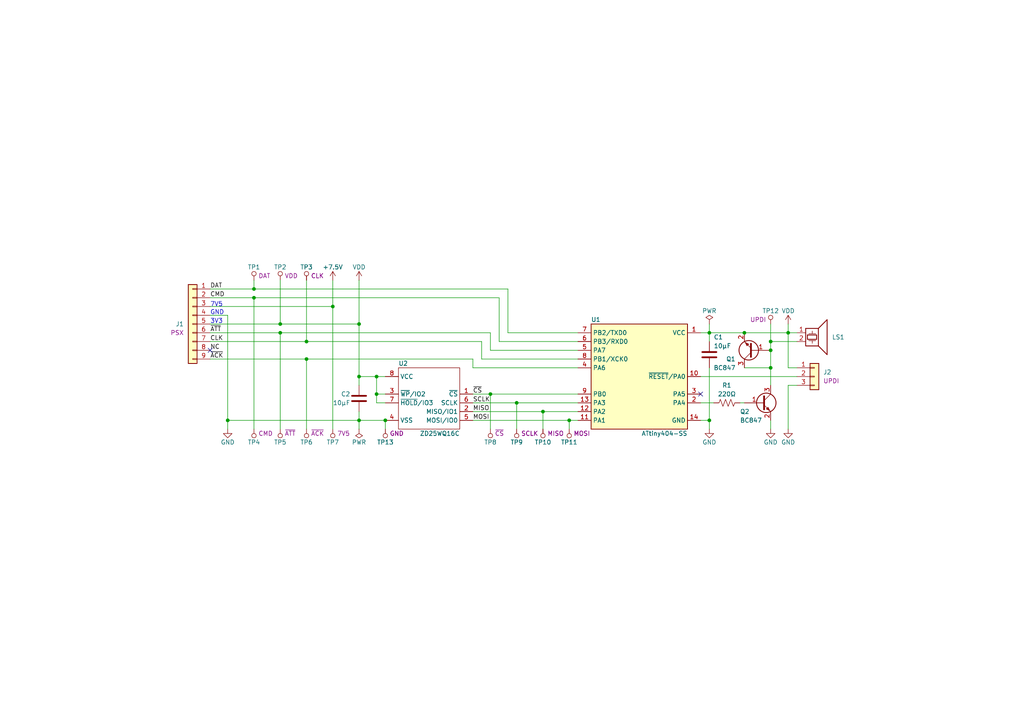
<source format=kicad_sch>
(kicad_sch (version 20231120) (generator "eeschema") (generator_version "8.0")
  (paper "A4")
  (title_block (title "PSX Memory Card") (date "2024-07-09") (rev "0") (company "Ashlyn Black"))
  (lib_symbols
    (symbol "Connector_Generic:Conn_01x03" (pin_names (offset 1.016) hide)
      (property "Reference" "J" (at 0 5.08 0))
      (property "Value" "Conn_01x03" (at 0 -5.08 0))
      (symbol "Conn_01x03_1_1"
        (rectangle (start -1.27 -2.413) (end 0 -2.667) (stroke (width 0.1524)))
        (rectangle (start -1.27 0.127) (end 0 -0.127) (stroke (width 0.1524)))
        (rectangle (start -1.27 2.667) (end 0 2.413) (stroke (width 0.1524)))
        (rectangle (start -1.27 3.81) (end 1.27 -3.81) (stroke (width 0.254)) (fill (type background)))
        (pin passive line (at -5.08 2.54 0) (length 3.81) (name "Pin_1") (number "1"))
        (pin passive line (at -5.08 0 0) (length 3.81) (name "Pin_2") (number "2"))
        (pin passive line (at -5.08 -2.54 0) (length 3.81) (name "Pin_3") (number "3"))
      )
    )
    (symbol "Connector_Generic:Conn_01x09" (pin_names (offset 1.016) hide)
      (property "Reference" "J" (at 0 12.7 0))
      (property "Value" "Conn_01x09" (at 0 -12.7 0))
      (symbol "Conn_01x09_1_1"
        (rectangle (start -1.27 -10.033) (end 0 -10.287) (stroke (width 0.1524)))
        (rectangle (start -1.27 -7.493) (end 0 -7.747) (stroke (width 0.1524)))
        (rectangle (start -1.27 -4.953) (end 0 -5.207) (stroke (width 0.1524)))
        (rectangle (start -1.27 -2.413) (end 0 -2.667) (stroke (width 0.1524)))
        (rectangle (start -1.27 0.127) (end 0 -0.127) (stroke (width 0.1524)))
        (rectangle (start -1.27 2.667) (end 0 2.413) (stroke (width 0.1524)))
        (rectangle (start -1.27 5.207) (end 0 4.953) (stroke (width 0.1524)))
        (rectangle (start -1.27 7.747) (end 0 7.493) (stroke (width 0.1524)))
        (rectangle (start -1.27 10.287) (end 0 10.033) (stroke (width 0.1524)))
        (rectangle (start -1.27 11.43) (end 1.27 -11.43) (stroke (width 0.254)) (fill (type background)))
        (pin passive line (at -5.08 10.16 0) (length 3.81) (name "Pin_1") (number "1"))
        (pin passive line (at -5.08 7.62 0) (length 3.81) (name "Pin_2") (number "2"))
        (pin passive line (at -5.08 5.08 0) (length 3.81) (name "Pin_3") (number "3"))
        (pin passive line (at -5.08 2.54 0) (length 3.81) (name "Pin_4") (number "4"))
        (pin passive line (at -5.08 0 0) (length 3.81) (name "Pin_5") (number "5"))
        (pin passive line (at -5.08 -2.54 0) (length 3.81) (name "Pin_6") (number "6"))
        (pin passive line (at -5.08 -5.08 0) (length 3.81) (name "Pin_7") (number "7"))
        (pin passive line (at -5.08 -7.62 0) (length 3.81) (name "Pin_8") (number "8"))
        (pin passive line (at -5.08 -10.16 0) (length 3.81) (name "Pin_9") (number "9"))
      )
    )
    (symbol "Device:C" (pin_numbers hide) (pin_names (offset 0.254))
      (property "Reference" "C" (at 0.635 2.54 0))
      (property "Value" "C" (at 0.635 -2.54 0))
      (symbol "C_0_1"
        (polyline (pts (xy -2.032 -0.762) (xy 2.032 -0.762)) (stroke (width 0.508)))
        (polyline (pts (xy -2.032 0.762) (xy 2.032 0.762)) (stroke (width 0.508)))
      )
      (symbol "C_1_1"
        (pin passive line (at 0 3.81 270) (length 2.794) (name "~") (number "1"))
        (pin passive line (at 0 -3.81 90) (length 2.794) (name "~") (number "2"))
      )
    )
    (symbol "Device:R_US" (pin_numbers hide) (pin_names (offset 0))
      (property "Reference" "R" (at 2.54 0 90))
      (property "Value" "R_US" (at -2.54 0 90))
      (symbol "R_US_0_1"
        (polyline (pts (xy 0 -2.286) (xy 0 -2.54)))
        (polyline (pts (xy 0 2.286) (xy 0 2.54)))
        (polyline (pts (xy 0 -0.762) (xy 1.016 -1.143) (xy 0 -1.524) (xy -1.016 -1.905) (xy 0 -2.286)))
        (polyline (pts (xy 0 0.762) (xy 1.016 0.381) (xy 0 0) (xy -1.016 -0.381) (xy 0 -0.762)))
        (polyline (pts (xy 0 2.286) (xy 1.016 1.905) (xy 0 1.524) (xy -1.016 1.143) (xy 0 0.762)))
      )
      (symbol "R_US_1_1"
        (pin passive line (at 0 3.81 270) (length 1.27) (name "~") (number "1"))
        (pin passive line (at 0 -3.81 90) (length 1.27) (name "~") (number "2"))
      )
    )
    (symbol "Device:Speaker_Crystal" (pin_names (offset 0) hide)
      (property "Reference" "LS" (at 0.635 5.715 0))
      (property "Value" "Speaker_Crystal" (at 0.635 3.81 0))
      (symbol "Speaker_Crystal_0_0"
        (rectangle (start -2.54 1.27) (end 1.143 -3.81) (stroke (width 0.254)))
        (rectangle (start -2.032 -0.635) (end 0.635 -1.905) (stroke (width 0.254)))
        (polyline (pts (xy -1.651 -2.286) (xy 0.381 -2.286)))
        (polyline (pts (xy -1.651 -0.254) (xy 0.381 -0.254)))
        (polyline (pts (xy -0.635 -2.286) (xy -0.635 -3.048)))
        (polyline (pts (xy -0.635 -0.254) (xy -0.635 0.508)))
        (polyline (pts (xy 1.143 1.27) (xy 3.683 3.81) (xy 3.683 -6.35) (xy 1.143 -3.81)) (stroke (width 0.254)))
      )
      (symbol "Speaker_Crystal_1_1"
        (pin input line (at -5.08 0 0) (length 2.54) (name "1") (number "1"))
        (pin input line (at -5.08 -2.54 0) (length 2.54) (name "2") (number "2"))
      )
    )
    (symbol "PSX_Memory:ATtiny404-SS"
      (property "Reference" "U" (at -13.97 16.51 0))
      (property "Value" "ATtiny404-SS" (at 13.97 -16.51 0))
      (symbol "ATtiny404-SS_0_1"
        (rectangle (start -13.97 15.24) (end 13.97 -15.24) (stroke (width 0.254)) (fill (type background)))
      )
      (symbol "ATtiny404-SS_1_1"
        (pin power_in line (at 17.78 12.7 180) (length 3.81) (name "VCC") (number "1"))
        (pin bidirectional line (at 17.78 0 180) (length 3.81) (name "~{RESET}/PA0") (number "10"))
        (pin bidirectional line (at -17.78 -12.7 0) (length 3.81) (name "PA1") (number "11"))
        (pin bidirectional line (at -17.78 -10.16 0) (length 3.81) (name "PA2") (number "12"))
        (pin bidirectional line (at -17.78 -7.62 0) (length 3.81) (name "PA3") (number "13"))
        (pin power_in line (at 17.78 -12.7 180) (length 3.81) (name "GND") (number "14"))
        (pin bidirectional line (at 17.78 -7.62 180) (length 3.81) (name "PA4") (number "2"))
        (pin bidirectional line (at 17.78 -5.08 180) (length 3.81) (name "PA5") (number "3"))
        (pin bidirectional line (at -17.78 2.54 0) (length 3.81) (name "PA6") (number "4"))
        (pin bidirectional line (at -17.78 7.62 0) (length 3.81) (name "PA7") (number "5"))
        (pin bidirectional line (at -17.78 10.16 0) (length 3.81) (name "PB3/RXD0") (number "6"))
        (pin bidirectional line (at -17.78 12.7 0) (length 3.81) (name "PB2/TXD0") (number "7"))
        (pin bidirectional line (at -17.78 5.08 0) (length 3.81) (name "PB1/XCK0") (number "8"))
        (pin bidirectional line (at -17.78 -5.08 0) (length 3.81) (name "PB0") (number "9"))
      )
    )
    (symbol "PSX_Memory:TestPoint" (pin_numbers hide) (pin_names (offset 0.762) hide)
      (property "Reference" "TP" (at 0 5.715 0))
      (property "Value" "TestPoint" (at 0 3.81 0))
      (symbol "TestPoint_1_1"
        (circle (center 0 1.905) (radius 0.635))
        (pin passive line (at 0 0 90) (length 1.27) (name "1") (number "1"))
      )
    )
    (symbol "PSX_Memory:ZD25WQ16V"
      (property "Reference" "U" (at -8.89 8.89 0))
      (property "Value" "ZD25WQ16C" (at 8.89 -11.43 0))
      (symbol "ZD25WQ16V_0_1"
        (rectangle (start -8.89 7.62) (end 8.89 -10.16))
      )
      (symbol "ZD25WQ16V_1_1"
        (pin input line (at 12.7 0 180) (length 3.81) (name "~{CS}") (number "1"))
        (pin output line (at 12.7 -5.08 180) (length 3.81) (name "MISO/IO1") (number "2"))
        (pin input line (at -12.7 0 0) (length 3.81) (name "~{WP}/IO2") (number "3"))
        (pin power_in line (at -12.7 -7.62 0) (length 3.81) (name "VSS") (number "4"))
        (pin input line (at 12.7 -7.62 180) (length 3.81) (name "MOSI/IO0") (number "5"))
        (pin input line (at 12.7 -2.54 180) (length 3.81) (name "SCLK") (number "6"))
        (pin input line (at -12.7 -2.54 0) (length 3.81) (name "~{HOLD}/IO3") (number "7"))
        (pin power_in line (at -12.7 5.08 0) (length 3.81) (name "VCC") (number "8"))
      )
    )
    (symbol "Transistor_BJT:BC847" (pin_names (offset 0) hide)
      (property "Reference" "Q" (at 5.08 1.905 0))
      (property "Value" "BC847" (at 5.08 0 0))
      (symbol "BC847_0_1"
        (polyline (pts (xy 0.635 0.635) (xy 2.54 2.54)))
        (polyline (pts (xy 0.635 -0.635) (xy 2.54 -2.54) (xy 2.54 -2.54)))
        (polyline (pts (xy 0.635 1.905) (xy 0.635 -1.905) (xy 0.635 -1.905)) (stroke (width 0.508)))
        (polyline (pts (xy 1.27 -1.778) (xy 1.778 -1.27) (xy 2.286 -2.286) (xy 1.27 -1.778) (xy 1.27 -1.778)) (fill (type outline)))
        (circle (center 1.27 0) (radius 2.8194) (stroke (width 0.254)))
      )
      (symbol "BC847_1_1"
        (pin input line (at -5.08 0 0) (length 5.715) (name "B") (number "1"))
        (pin passive line (at 2.54 -5.08 90) (length 2.54) (name "E") (number "2"))
        (pin passive line (at 2.54 5.08 270) (length 2.54) (name "C") (number "3"))
      )
    )
    (symbol "power:+7.5V" (power) (pin_numbers hide) (pin_names (offset 0) hide)
      (property "Value" "+7.5V" (at 0 3.556 0))
      (symbol "+7.5V_0_1"
        (polyline (pts (xy -0.762 1.27) (xy 0 2.54)))
        (polyline (pts (xy 0 0) (xy 0 2.54)))
        (polyline (pts (xy 0 2.54) (xy 0.762 1.27)))
      )
      (symbol "+7.5V_1_1"
        (pin power_in line (at 0 0 90) (length 0) (name "~") (number "1"))
      )
    )
    (symbol "power:GND" (power) (pin_numbers hide) (pin_names (offset 0) hide)
      (property "Value" "GND" (at 0 -3.81 0))
      (symbol "GND_0_1"
        (polyline (pts (xy 0 0) (xy 0 -1.27) (xy 1.27 -1.27) (xy 0 -2.54) (xy -1.27 -1.27) (xy 0 -1.27)))
      )
      (symbol "GND_1_1"
        (pin power_in line (at 0 0 270) (length 0) (name "~") (number "1"))
      )
    )
    (symbol "power:PWR_FLAG" (power) (pin_numbers hide) (pin_names (offset 0) hide)
      (property "Value" "PWR_FLAG" (at 0 3.81 0))
      (symbol "PWR_FLAG_0_0"
        (pin power_out line (at 0 0 90) (length 0) (name "~") (number "1"))
      )
      (symbol "PWR_FLAG_0_1"
        (polyline (pts (xy 0 0) (xy 0 1.27) (xy -1.016 1.905) (xy 0 2.54) (xy 1.016 1.905) (xy 0 1.27)))
      )
    )
    (symbol "power:VDD" (power) (pin_numbers hide) (pin_names (offset 0) hide)
      (property "Value" "VDD" (at 0 3.556 0))
      (symbol "VDD_0_1"
        (polyline (pts (xy -0.762 1.27) (xy 0 2.54)))
        (polyline (pts (xy 0 0) (xy 0 2.54)))
        (polyline (pts (xy 0 2.54) (xy 0.762 1.27)))
      )
      (symbol "VDD_1_1"
        (pin power_in line (at 0 0 90) (length 0) (name "~") (number "1"))
      )
    )
  )
  (junction (at 142.24 114.3))
  (junction (at 73.66 86.36))
  (junction (at 223.52 106.68))
  (junction (at 104.14 93.98))
  (junction (at 109.22 109.22))
  (junction (at 223.52 99.06))
  (junction (at 165.1 121.92))
  (junction (at 96.52 88.9))
  (junction (at 205.74 96.52))
  (junction (at 88.9 104.14))
  (junction (at 66.04 121.92))
  (junction (at 205.74 121.92))
  (junction (at 157.48 119.38))
  (junction (at 228.6 96.52))
  (junction (at 104.14 109.22))
  (junction (at 149.86 116.84))
  (junction (at 73.66 83.82))
  (junction (at 81.28 93.98))
  (junction (at 88.9 99.06))
  (junction (at 215.9 96.52))
  (junction (at 111.76 121.92))
  (junction (at 81.28 96.52))
  (junction (at 223.52 101.6))
  (junction (at 104.14 121.92))
  (junction (at 109.22 114.3))
  (no_connect (at 203.2 114.3))
  (no_connect (at 60.96 101.6))
  (wire (pts (xy 147.32 96.52) (xy 167.64 96.52)))
  (wire (pts (xy 223.52 99.06) (xy 231.14 99.06)))
  (wire (pts (xy 66.04 121.92) (xy 66.04 124.46)))
  (wire (pts (xy 203.2 96.52) (xy 205.74 96.52)))
  (wire (pts (xy 60.96 86.36) (xy 73.66 86.36)))
  (wire (pts (xy 214.63 116.84) (xy 215.9 116.84)))
  (wire (pts (xy 142.24 96.52) (xy 142.24 101.6)))
  (wire (pts (xy 205.74 96.52) (xy 215.9 96.52)))
  (wire (pts (xy 137.16 104.14) (xy 137.16 106.68)))
  (wire (pts (xy 137.16 114.3) (xy 142.24 114.3)))
  (wire (pts (xy 149.86 116.84) (xy 167.64 116.84)))
  (wire (pts (xy 231.14 96.52) (xy 228.6 96.52)))
  (wire (pts (xy 73.66 86.36) (xy 144.78 86.36)))
  (wire (pts (xy 104.14 81.28) (xy 104.14 93.98)))
  (wire (pts (xy 60.96 83.82) (xy 73.66 83.82)))
  (wire (pts (xy 81.28 81.28) (xy 81.28 93.98)))
  (wire (pts (xy 60.96 88.9) (xy 96.52 88.9)))
  (wire (pts (xy 139.7 104.14) (xy 167.64 104.14)))
  (wire (pts (xy 223.52 121.92) (xy 223.52 124.46)))
  (wire (pts (xy 111.76 121.92) (xy 111.76 124.46)))
  (wire (pts (xy 104.14 121.92) (xy 104.14 124.46)))
  (wire (pts (xy 96.52 88.9) (xy 96.52 124.46)))
  (wire (pts (xy 203.2 109.22) (xy 231.14 109.22)))
  (wire (pts (xy 81.28 96.52) (xy 81.28 124.46)))
  (wire (pts (xy 60.96 93.98) (xy 81.28 93.98)))
  (wire (pts (xy 205.74 93.98) (xy 205.74 96.52)))
  (wire (pts (xy 205.74 106.68) (xy 205.74 121.92)))
  (wire (pts (xy 109.22 114.3) (xy 109.22 116.84)))
  (wire (pts (xy 157.48 119.38) (xy 167.64 119.38)))
  (wire (pts (xy 157.48 119.38) (xy 157.48 124.46)))
  (wire (pts (xy 165.1 121.92) (xy 165.1 124.46)))
  (wire (pts (xy 109.22 109.22) (xy 109.22 114.3)))
  (wire (pts (xy 142.24 124.46) (xy 142.24 114.3)))
  (wire (pts (xy 139.7 99.06) (xy 139.7 104.14)))
  (wire (pts (xy 223.52 93.98) (xy 223.52 99.06)))
  (wire (pts (xy 215.9 106.68) (xy 223.52 106.68)))
  (wire (pts (xy 104.14 109.22) (xy 104.14 111.76)))
  (wire (pts (xy 73.66 83.82) (xy 147.32 83.82)))
  (wire (pts (xy 88.9 104.14) (xy 137.16 104.14)))
  (wire (pts (xy 60.96 99.06) (xy 88.9 99.06)))
  (wire (pts (xy 231.14 111.76) (xy 228.6 111.76)))
  (wire (pts (xy 147.32 83.82) (xy 147.32 96.52)))
  (wire (pts (xy 223.52 99.06) (xy 223.52 101.6)))
  (wire (pts (xy 203.2 121.92) (xy 205.74 121.92)))
  (wire (pts (xy 60.96 91.44) (xy 66.04 91.44)))
  (wire (pts (xy 73.66 124.46) (xy 73.66 86.36)))
  (wire (pts (xy 223.52 101.6) (xy 223.52 106.68)))
  (wire (pts (xy 66.04 121.92) (xy 104.14 121.92)))
  (wire (pts (xy 111.76 121.92) (xy 104.14 121.92)))
  (wire (pts (xy 111.76 114.3) (xy 109.22 114.3)))
  (wire (pts (xy 228.6 106.68) (xy 231.14 106.68)))
  (wire (pts (xy 205.74 96.52) (xy 205.74 99.06)))
  (wire (pts (xy 104.14 93.98) (xy 104.14 109.22)))
  (wire (pts (xy 144.78 99.06) (xy 144.78 86.36)))
  (wire (pts (xy 73.66 81.28) (xy 73.66 83.82)))
  (wire (pts (xy 203.2 116.84) (xy 207.01 116.84)))
  (wire (pts (xy 215.9 96.52) (xy 228.6 96.52)))
  (wire (pts (xy 205.74 121.92) (xy 205.74 124.46)))
  (wire (pts (xy 228.6 96.52) (xy 228.6 106.68)))
  (wire (pts (xy 228.6 93.98) (xy 228.6 96.52)))
  (wire (pts (xy 165.1 121.92) (xy 167.64 121.92)))
  (wire (pts (xy 137.16 121.92) (xy 165.1 121.92)))
  (wire (pts (xy 137.16 116.84) (xy 149.86 116.84)))
  (wire (pts (xy 60.96 104.14) (xy 88.9 104.14)))
  (wire (pts (xy 111.76 109.22) (xy 109.22 109.22)))
  (wire (pts (xy 88.9 104.14) (xy 88.9 124.46)))
  (wire (pts (xy 142.24 101.6) (xy 167.64 101.6)))
  (wire (pts (xy 111.76 116.84) (xy 109.22 116.84)))
  (wire (pts (xy 228.6 111.76) (xy 228.6 124.46)))
  (wire (pts (xy 144.78 99.06) (xy 167.64 99.06)))
  (wire (pts (xy 60.96 96.52) (xy 81.28 96.52)))
  (wire (pts (xy 149.86 116.84) (xy 149.86 124.46)))
  (wire (pts (xy 96.52 81.28) (xy 96.52 88.9)))
  (wire (pts (xy 66.04 91.44) (xy 66.04 121.92)))
  (wire (pts (xy 81.28 93.98) (xy 104.14 93.98)))
  (wire (pts (xy 137.16 119.38) (xy 157.48 119.38)))
  (wire (pts (xy 223.52 106.68) (xy 223.52 111.76)))
  (wire (pts (xy 81.28 96.52) (xy 142.24 96.52)))
  (wire (pts (xy 137.16 106.68) (xy 167.64 106.68)))
  (wire (pts (xy 88.9 99.06) (xy 139.7 99.06)))
  (wire (pts (xy 142.24 114.3) (xy 167.64 114.3)))
  (wire (pts (xy 88.9 81.28) (xy 88.9 99.06)))
  (wire (pts (xy 104.14 119.38) (xy 104.14 121.92)))
  (wire (pts (xy 109.22 109.22) (xy 104.14 109.22)))
  (text "GND" (at 60.96 91.44 0) (effects (font (size 1.27 1.27)) (justify left bottom)))
  (text "3V3" (at 60.96 93.98 0) (effects (font (size 1.27 1.27)) (justify left bottom)))
  (text "7V5" (at 60.96 87.63 0) (effects (font (size 1.27 1.27)) (justify left top)))
  (label "CMD" (at 60.96 86.36 0))
  (label "MOSI" (at 137.16 121.92 0))
  (label "DAT" (at 60.96 83.82 0))
  (label "CLK" (at 60.96 99.06 0))
  (label "SCLK" (at 137.16 116.84 0))
  (label "NC" (at 60.96 101.6 0))
  (label "~{ATT}" (at 60.96 96.52 0))
  (label "~{CS}" (at 137.16 114.3 0))
  (label "~{ACK}" (at 60.96 104.14 0))
  (label "MISO" (at 137.16 119.38 0))
  (symbol (lib_id "PSX_Memory:TestPoint") (at 111.76 124.46 0) (mirror x) (unit 1) (in_bom no)
    (property "Reference" "TP13" (at 111.76 128.27 0))
    (property "Value" "TestPoint" (effects (hide yes)))
    (property "Footprint" "TestPoint:TestPoint_Pad_D1.0mm" (effects (hide yes)))
    (property "Description" "test point" (effects (hide yes)))
    (property "Signal" "GND" (at 113.03 125.73 0) (effects (justify left)))
  )
  (symbol (lib_id "PSX_Memory:TestPoint") (at 157.48 124.46 0) (mirror x) (unit 1) (in_bom no)
    (property "Reference" "TP10" (at 157.48 128.27 0))
    (property "Value" "TestPoint" (effects (hide yes)))
    (property "Footprint" "TestPoint:TestPoint_Pad_D1.0mm" (effects (hide yes)))
    (property "Description" "test point" (effects (hide yes)))
    (property "Signal" "MISO" (at 158.75 125.73 0) (effects (justify left)))
  )
  (symbol (lib_id "PSX_Memory:TestPoint") (at 81.28 81.28 0) (unit 1) (in_bom no)
    (property "Reference" "TP2" (at 81.28 77.47 0))
    (property "Value" "TestPoint" (effects (hide yes)))
    (property "Footprint" "TestPoint:TestPoint_Pad_D1.0mm" (effects (hide yes)))
    (property "Description" "test point" (effects (hide yes)))
    (property "Signal" "VDD" (at 82.55 80.01 0) (effects (justify left)))
  )
  (symbol (lib_id "PSX_Memory:TestPoint") (at 142.24 124.46 0) (mirror x) (unit 1) (in_bom no)
    (property "Reference" "TP8" (at 142.24 128.27 0))
    (property "Value" "TestPoint" (effects (hide yes)))
    (property "Footprint" "TestPoint:TestPoint_Pad_D1.0mm" (effects (hide yes)))
    (property "Description" "test point" (effects (hide yes)))
    (property "Signal" "~{CS}" (at 143.51 125.73 0) (effects (justify left)))
  )
  (symbol (lib_id "Connector_Generic:Conn_01x03") (at 236.22 109.22 0) (unit 1) (in_bom no)
    (property "Reference" "J2" (at 238.76 107.95 0) (effects (justify left)))
    (property "Value" "Conn_01x03" (effects (hide yes)))
    (property "Footprint" "PSX_Memory:TestPoint_UPDI" (effects (hide yes)))
    (property "Description" "Generic connector, single row, 01x03, script generated (kicad-library-utils/schlib/autogen/connector/)" (effects (hide yes)))
    (property "Function" "UPDI" (at 238.76 110.49 0) (effects (justify left)))
  )
  (symbol (lib_id "power:PWR_FLAG") (at 205.74 93.98 0) (unit 1)
    (property "Reference" "#FLG03" (effects (hide yes)))
    (property "Value" "PWR" (at 205.74 90.17 0))
    (property "Description" "Special symbol for telling ERC where power comes from" (effects (hide yes)))
  )
  (symbol (lib_id "power:GND") (at 205.74 124.46 0) (unit 1)
    (property "Reference" "#PWR05" (effects (hide yes)))
    (property "Value" "GND" (at 205.74 128.27 0))
    (property "Description" "Power symbol creates a global label with name \"GND\" , ground" (effects (hide yes)))
  )
  (symbol (lib_id "power:VDD") (at 228.6 93.98 0) (mirror y) (unit 1)
    (property "Reference" "#PWR03" (effects (hide yes)))
    (property "Value" "VDD" (at 228.6 90.17 0))
    (property "Description" "Power symbol creates a global label with name \"VDD\"" (effects (hide yes)))
  )
  (symbol (lib_id "PSX_Memory:TestPoint") (at 88.9 81.28 0) (unit 1) (in_bom no)
    (property "Reference" "TP3" (at 88.9 77.47 0))
    (property "Value" "TestPoint" (effects (hide yes)))
    (property "Footprint" "TestPoint:TestPoint_Pad_D1.0mm" (effects (hide yes)))
    (property "Description" "test point" (effects (hide yes)))
    (property "Signal" "CLK" (at 90.17 80.01 0) (effects (justify left)))
  )
  (symbol (lib_id "PSX_Memory:ZD25WQ16V") (at 124.46 114.3 0) (unit 1)
    (property "Reference" "U2" (at 115.57 105.41 0) (effects (justify left)))
    (property "Value" "ZD25WQ16C" (at 133.35 125.73 0) (effects (justify right)))
    (property "Footprint" "Package_SO:SOIC-8_3.9x4.9mm_P1.27mm" (effects (hide yes)))
    (property "Description" "SPIQSPI 16Mbit NOR Flash Memory" (effects (hide yes)))
  )
  (symbol (lib_id "power:GND") (at 228.6 124.46 0) (unit 1)
    (property "Reference" "#PWR07" (effects (hide yes)))
    (property "Value" "GND" (at 228.6 128.27 0))
    (property "Description" "Power symbol creates a global label with name \"GND\" , ground" (effects (hide yes)))
  )
  (symbol (lib_id "Transistor_BJT:BC847") (at 220.98 116.84 0) (unit 1)
    (property "Reference" "Q2" (at 214.63 119.38 0) (effects (justify left)))
    (property "Value" "BC847" (at 214.63 121.92 0) (effects (justify left)))
    (property "Footprint" "Package_TO_SOT_SMD:SOT-23-3" (effects (hide yes)))
    (property "Datasheet" "http://www.infineon.com/dgdl/Infineon-BC847SERIES_BC848SERIES_BC849SERIES_BC850SERIES-DS-v01_01-en.pdf?fileId=db3a304314dca389011541d4630a1657" (effects (hide yes)))
    (property "Description" "0.1A Ic, 45V Vce, NPN Transistor, SOT-23" (effects (hide yes)))
  )
  (symbol (lib_id "Transistor_BJT:BC847") (at 218.44 101.6 180) (unit 1)
    (property "Reference" "Q1" (at 213.36 104.14 0) (effects (justify left)))
    (property "Value" "BC847" (at 213.36 106.68 0) (effects (justify left)))
    (property "Footprint" "Package_TO_SOT_SMD:SOT-23-3" (effects (hide yes)))
    (property "Datasheet" "http://www.infineon.com/dgdl/Infineon-BC847SERIES_BC848SERIES_BC849SERIES_BC850SERIES-DS-v01_01-en.pdf?fileId=db3a304314dca389011541d4630a1657" (effects (hide yes)))
    (property "Description" "0.1A Ic, 45V Vce, NPN Transistor, SOT-23" (effects (hide yes)))
  )
  (symbol (lib_id "PSX_Memory:TestPoint") (at 96.52 124.46 180) (unit 1) (in_bom no)
    (property "Reference" "TP7" (at 96.52 128.27 0))
    (property "Value" "TestPoint" (effects (hide yes)))
    (property "Footprint" "TestPoint:TestPoint_Pad_D1.0mm" (effects (hide yes)))
    (property "Description" "test point" (effects (hide yes)))
    (property "Signal" "7V5" (at 97.79 125.73 0) (effects (justify right)))
  )
  (symbol (lib_id "power:VDD") (at 104.14 81.28 0) (unit 1)
    (property "Reference" "#PWR02" (effects (hide yes)))
    (property "Value" "VDD" (at 104.14 77.47 0))
    (property "Description" "Power symbol creates a global label with name \"VDD\"" (effects (hide yes)))
  )
  (symbol (lib_id "power:GND") (at 223.52 124.46 0) (unit 1)
    (property "Reference" "#PWR06" (effects (hide yes)))
    (property "Value" "GND" (at 223.52 128.27 0))
    (property "Description" "Power symbol creates a global label with name \"GND\" , ground" (effects (hide yes)))
  )
  (symbol (lib_id "PSX_Memory:TestPoint") (at 149.86 124.46 0) (mirror x) (unit 1) (in_bom no)
    (property "Reference" "TP9" (at 149.86 128.27 0))
    (property "Value" "TestPoint" (effects (hide yes)))
    (property "Footprint" "TestPoint:TestPoint_Pad_D1.0mm" (effects (hide yes)))
    (property "Description" "test point" (effects (hide yes)))
    (property "Signal" "SCLK" (at 151.13 125.73 0) (effects (justify left)))
  )
  (symbol (lib_id "power:PWR_FLAG") (at 104.14 124.46 0) (mirror x) (unit 1)
    (property "Reference" "#FLG01" (effects (hide yes)))
    (property "Value" "PWR" (at 104.14 128.27 0))
    (property "Description" "Special symbol for telling ERC where power comes from" (effects (hide yes)))
  )
  (symbol (lib_id "PSX_Memory:TestPoint") (at 73.66 124.46 0) (mirror x) (unit 1) (in_bom no)
    (property "Reference" "TP4" (at 73.66 128.27 0))
    (property "Value" "TestPoint" (effects (hide yes)))
    (property "Footprint" "TestPoint:TestPoint_Pad_D1.0mm" (effects (hide yes)))
    (property "Description" "test point" (effects (hide yes)))
    (property "Signal" "CMD" (at 74.93 125.73 0) (effects (justify left)))
  )
  (symbol (lib_id "power:+7.5V") (at 96.52 81.28 0) (unit 1)
    (property "Reference" "#PWR01" (effects (hide yes)))
    (property "Value" "+7.5V" (at 96.52 77.47 0))
    (property "Description" "Power symbol creates a global label with name \"+7.5V\"" (effects (hide yes)))
  )
  (symbol (lib_id "PSX_Memory:TestPoint") (at 81.28 124.46 0) (mirror x) (unit 1) (in_bom no)
    (property "Reference" "TP5" (at 81.28 128.27 0))
    (property "Value" "TestPoint" (effects (hide yes)))
    (property "Footprint" "TestPoint:TestPoint_Pad_D1.0mm" (effects (hide yes)))
    (property "Description" "test point" (effects (hide yes)))
    (property "Signal" "~{ATT}" (at 82.55 125.73 0) (effects (justify left)))
  )
  (symbol (lib_id "PSX_Memory:TestPoint") (at 165.1 124.46 0) (mirror x) (unit 1) (in_bom no)
    (property "Reference" "TP11" (at 165.1 128.27 0))
    (property "Value" "TestPoint" (effects (hide yes)))
    (property "Footprint" "TestPoint:TestPoint_Pad_D1.0mm" (effects (hide yes)))
    (property "Description" "test point" (effects (hide yes)))
    (property "Signal" "MOSI" (at 166.37 125.73 0) (effects (justify left)))
  )
  (symbol (lib_id "PSX_Memory:TestPoint") (at 223.52 93.98 0) (mirror y) (unit 1) (in_bom no)
    (property "Reference" "TP12" (at 223.52 90.17 0))
    (property "Value" "TestPoint" (effects (hide yes)))
    (property "Footprint" "TestPoint:TestPoint_Pad_D1.0mm" (effects (hide yes)))
    (property "Description" "test point" (effects (hide yes)))
    (property "Signal" "UPDI" (at 222.25 92.71 0) (effects (justify left)))
  )
  (symbol (lib_id "PSX_Memory:ATtiny404-SS") (at 185.42 109.22 0) (unit 1)
    (property "Reference" "U1" (at 171.45 92.71 0) (effects (justify left)))
    (property "Value" "ATtiny404-SS" (at 199.39 125.73 0) (effects (justify right)))
    (property "Footprint" "Package_SO:SOIC-14_3.9x8.7mm_P1.27mm" (effects (hide yes)))
    (property "Datasheet" "http://ww1.microchip.com/downloads/en/DeviceDoc/50002687A.pdf" (effects (hide yes)))
    (property "Description" "20MHz, 4kB Flash, 256B SRAM, 128B EEPROM, SOIC-14" (effects (hide yes)))
  )
  (symbol (lib_id "Device:R_US") (at 210.82 116.84 90) (unit 1)
    (property "Reference" "R1" (at 210.82 111.76 90))
    (property "Value" "220Ω" (at 210.82 114.3 90))
    (property "Footprint" "Resistor_SMD:R_0805_2012Metric" (effects (hide yes)))
    (property "Description" "Resistor, US symbol" (effects (hide yes)))
  )
  (symbol (lib_id "Device:C") (at 104.14 115.57 0) (mirror y) (unit 1)
    (property "Reference" "C2" (at 101.6 114.3 0) (effects (justify left)))
    (property "Value" "10µF" (at 101.6 116.84 0) (effects (justify left)))
    (property "Footprint" "Capacitor_SMD:C_0805_2012Metric" (effects (hide yes)))
    (property "Description" "Unpolarized capacitor" (effects (hide yes)))
  )
  (symbol (lib_id "Device:C") (at 205.74 102.87 0) (mirror y) (unit 1)
    (property "Reference" "C1" (at 207.01 97.79 0) (effects (justify right)))
    (property "Value" "10µF" (at 207.01 100.33 0) (effects (justify right)))
    (property "Footprint" "Capacitor_SMD:C_0805_2012Metric" (effects (hide yes)))
    (property "Description" "Unpolarized capacitor" (effects (hide yes)))
  )
  (symbol (lib_id "Device:Speaker_Crystal") (at 236.22 96.52 0) (unit 1)
    (property "Reference" "LS1" (at 241.3 97.79 0) (effects (justify left)))
    (property "Value" "Speaker_Crystal" (effects (hide yes)))
    (property "Footprint" "PSX_Memory:BUZ-SMD_4P-L7.5-W7.5-BR" (effects (hide yes)))
    (property "Description" "Crystal speaker/transducer" (effects (hide yes)))
  )
  (symbol (lib_id "PSX_Memory:TestPoint") (at 73.66 81.28 0) (unit 1) (in_bom no)
    (property "Reference" "TP1" (at 73.66 77.47 0))
    (property "Value" "TestPoint" (effects (hide yes)))
    (property "Footprint" "TestPoint:TestPoint_Pad_D1.0mm" (effects (hide yes)))
    (property "Description" "test point" (effects (hide yes)))
    (property "Signal" "DAT" (at 74.93 80.01 0) (effects (justify left)))
  )
  (symbol (lib_id "power:GND") (at 66.04 124.46 0) (mirror y) (unit 1)
    (property "Reference" "#PWR04" (effects (hide yes)))
    (property "Value" "GND" (at 66.04 128.27 0))
    (property "Description" "Power symbol creates a global label with name \"GND\" , ground" (effects (hide yes)))
  )
  (symbol (lib_id "Connector_Generic:Conn_01x09") (at 55.88 93.98 0) (mirror y) (unit 1) (in_bom no) (on_board no)
    (property "Reference" "J1" (at 53.34 93.98 0) (effects (justify left)))
    (property "Value" "Conn_01x08" (effects (hide yes)))
    (property "Footprint" "PSX_MEM:PSX_Connector" (effects (hide yes)))
    (property "Description" "Generic connector, single row, 01x09, script generated (kicad-library-utils/schlib/autogen/connector/)" (effects (hide yes)))
    (property "Function" "PSX" (at 53.34 96.52 0) (effects (justify left)))
  )
  (symbol (lib_id "PSX_Memory:TestPoint") (at 88.9 124.46 0) (mirror x) (unit 1) (in_bom no)
    (property "Reference" "TP6" (at 88.9 128.27 0))
    (property "Value" "TestPoint" (effects (hide yes)))
    (property "Footprint" "TestPoint:TestPoint_Pad_D1.0mm" (effects (hide yes)))
    (property "Description" "test point" (effects (hide yes)))
    (property "Signal" "~{ACK}" (at 90.17 125.73 0) (effects (justify left)))
  )
)
</source>
